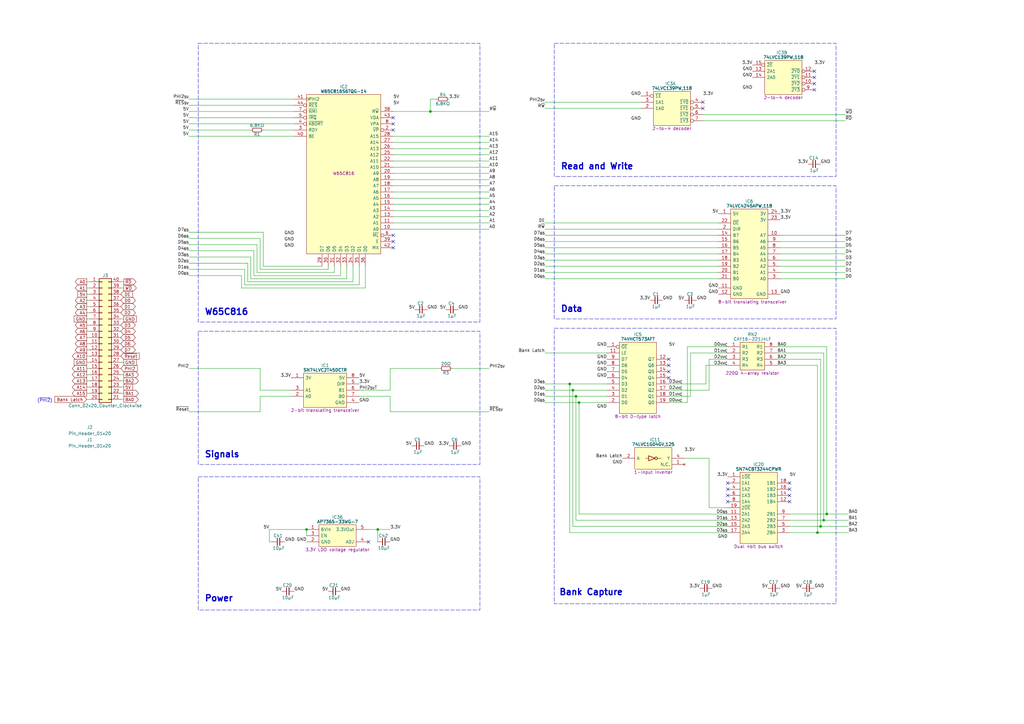
<source format=kicad_sch>
(kicad_sch (version 20250114) (generator "eeschema") (generator_version "9.0")
  (paper "A3")
  (title_block (title "W65C816 Minimal") (date "2025-06-15") (rev "V0"))
  (lib_symbols
    (symbol "Bourns:CAY16-221J4LF" (pin_names (offset 0.762))
      (property "Reference" "RN" (at 10.16 5.08 0))
      (property "Value" "CAY16-221J4LF" (at 10.16 3.175 0))
      (property "Description" "220Ω 4-array resistor" (at 10.16 -10.795 0))
      (symbol "CAY16-221J4LF_0_0"
        (pin passive line (at 0 0 0) (length 5.08) (name "R1") (number "1"))
        (pin passive line (at 0 -2.54 0) (length 5.08) (name "R2") (number "2"))
        (pin passive line (at 0 -5.08 0) (length 5.08) (name "R3") (number "3"))
        (pin passive line (at 0 -7.62 0) (length 5.08) (name "R4") (number "4"))
        (pin passive line (at 20.32 0 180) (length 5.08) (name "R1") (number "8"))
        (pin passive line (at 20.32 -2.54 180) (length 5.08) (name "R2") (number "7"))
        (pin passive line (at 20.32 -5.08 180) (length 5.08) (name "R3") (number "6"))
        (pin passive line (at 20.32 -7.62 180) (length 5.08) (name "R4") (number "5"))
      )
    )
    (symbol "Connector_Generic:Conn_02x20_Counter_Clockwise" (pin_names (offset 1.016) (hide yes))
      (property "Reference" "J" (at 1.27 25.4 0))
      (property "Value" "Conn_02x20_Counter_Clockwise" (at 1.27 -27.94 0))
      (symbol "Conn_02x20_Counter_Clockwise_1_1"
        (pin passive line (at -5.08 22.86 0) (length 3.81) (name "Pin_1") (number "1"))
        (pin passive line (at -5.08 20.32 0) (length 3.81) (name "Pin_2") (number "2"))
        (pin passive line (at -5.08 17.78 0) (length 3.81) (name "Pin_3") (number "3"))
        (pin passive line (at -5.08 15.24 0) (length 3.81) (name "Pin_4") (number "4"))
        (pin passive line (at -5.08 12.7 0) (length 3.81) (name "Pin_5") (number "5"))
        (pin passive line (at -5.08 10.16 0) (length 3.81) (name "Pin_6") (number "6"))
        (pin passive line (at -5.08 7.62 0) (length 3.81) (name "Pin_7") (number "7"))
        (pin passive line (at -5.08 5.08 0) (length 3.81) (name "Pin_8") (number "8"))
        (pin passive line (at -5.08 2.54 0) (length 3.81) (name "Pin_9") (number "9"))
        (pin passive line (at -5.08 0 0) (length 3.81) (name "Pin_10") (number "10"))
        (pin passive line (at -5.08 -2.54 0) (length 3.81) (name "Pin_11") (number "11"))
        (pin passive line (at -5.08 -5.08 0) (length 3.81) (name "Pin_12") (number "12"))
        (pin passive line (at -5.08 -7.62 0) (length 3.81) (name "Pin_13") (number "13"))
        (pin passive line (at -5.08 -10.16 0) (length 3.81) (name "Pin_14") (number "14"))
        (pin passive line (at -5.08 -12.7 0) (length 3.81) (name "Pin_15") (number "15"))
        (pin passive line (at -5.08 -15.24 0) (length 3.81) (name "Pin_16") (number "16"))
        (pin passive line (at -5.08 -17.78 0) (length 3.81) (name "Pin_17") (number "17"))
        (pin passive line (at -5.08 -20.32 0) (length 3.81) (name "Pin_18") (number "18"))
        (pin passive line (at -5.08 -22.86 0) (length 3.81) (name "Pin_19") (number "19"))
        (pin passive line (at -5.08 -25.4 0) (length 3.81) (name "Pin_20") (number "20"))
        (pin passive line (at 7.62 22.86 180) (length 3.81) (name "Pin_40") (number "40"))
        (pin passive line (at 7.62 20.32 180) (length 3.81) (name "Pin_39") (number "39"))
        (pin passive line (at 7.62 17.78 180) (length 3.81) (name "Pin_38") (number "38"))
        (pin passive line (at 7.62 15.24 180) (length 3.81) (name "Pin_37") (number "37"))
        (pin passive line (at 7.62 12.7 180) (length 3.81) (name "Pin_36") (number "36"))
        (pin passive line (at 7.62 10.16 180) (length 3.81) (name "Pin_35") (number "35"))
        (pin passive line (at 7.62 7.62 180) (length 3.81) (name "Pin_34") (number "34"))
        (pin passive line (at 7.62 5.08 180) (length 3.81) (name "Pin_33") (number "33"))
        (pin passive line (at 7.62 2.54 180) (length 3.81) (name "Pin_32") (number "32"))
        (pin passive line (at 7.62 0 180) (length 3.81) (name "Pin_31") (number "31"))
        (pin passive line (at 7.62 -2.54 180) (length 3.81) (name "Pin_30") (number "30"))
        (pin passive line (at 7.62 -5.08 180) (length 3.81) (name "Pin_29") (number "29"))
        (pin passive line (at 7.62 -7.62 180) (length 3.81) (name "Pin_28") (number "28"))
        (pin passive line (at 7.62 -10.16 180) (length 3.81) (name "Pin_27") (number "27"))
        (pin passive line (at 7.62 -12.7 180) (length 3.81) (name "Pin_26") (number "26"))
        (pin passive line (at 7.62 -15.24 180) (length 3.81) (name "Pin_25") (number "25"))
        (pin passive line (at 7.62 -17.78 180) (length 3.81) (name "Pin_24") (number "24"))
        (pin passive line (at 7.62 -20.32 180) (length 3.81) (name "Pin_23") (number "23"))
        (pin passive line (at 7.62 -22.86 180) (length 3.81) (name "Pin_22") (number "22"))
        (pin passive line (at 7.62 -25.4 180) (length 3.81) (name "Pin_21") (number "21"))
      )
    )
    (symbol "Diodes_Inc:AP7365-33WG-7" (pin_names (offset 0.762))
      (property "Reference" "IC" (at 12.7 5.08 0))
      (property "Value" "AP7365-33WG-7" (at 12.7 3.175 0))
      (property "Description" "3.3V LDO voltage regulator" (at 12.7 -8.255 0))
      (symbol "AP7365-33WG-7_0_0"
        (pin input line (at 0 -2.54 0) (length 5.08) (name "EN") (number "3"))
        (pin passive line (at 0 -5.08 0) (length 5.08) (name "GND") (number "2"))
        (pin passive line (at 25.4 -5.08 180) (length 5.08) (name "ADJ") (number "4"))
      )
      (symbol "AP7365-33WG-7_1_0"
        (pin passive line (at 0 0 0) (length 5.08) (name "6VIn") (number "1"))
        (pin passive line (at 25.4 0 180) (length 5.08) (name "3.3VOut") (number "5"))
      )
    )
    (symbol "HCP65:C_0805" (pin_numbers (hide yes)) (pin_names (offset 0.254) (hide yes))
      (property "Reference" "C" (at 2.286 2.54 0))
      (property "Value" "?μF" (at 2.54 -2.54 0))
      (symbol "C_0805_1_1"
        (pin passive line (at 0 0 0) (length 2.032) (name "~") (number "1"))
        (pin passive line (at 5.08 0 180) (length 2.032) (name "~") (number "2"))
      )
    )
    (symbol "HCP65:Pin_Header_01x20" (pin_names (offset 1.016) (hide yes))
      (property "Reference" "J" (at 0 1.27 0))
      (property "Value" "Pin_Header_01x20" (at 0 -1.27 0))
    )
    (symbol "HCP65:R_0805" (pin_numbers (hide yes)) (pin_names (hide yes))
      (property "Reference" "R" (at 2.54 1.778 0))
      (property "Value" "?Ω" (at 2.54 -1.905 0))
      (symbol "R_0805_1_1"
        (pin passive line (at 0 0 0) (length 0.72) (name "~") (number "1"))
        (pin passive line (at 5.08 0 180) (length 0.72) (name "~") (number "2"))
      )
    )
    (symbol "Nexperia:74LVC139PW,118_Multi" (pin_names (offset 0.762))
      (property "Reference" "IC" (at 12.065 5.08 0))
      (property "Value" "74LVC139PW,118" (at 12.7 3.175 0))
      (property "Description" "2-to-4 decoder" (at 12.7 -13.335 0))
      (symbol "74LVC139PW,118_Multi_0_0"
        (pin passive line (at 0 -10.16 0) (length 5.08) (hide yes) (name "GND") (number "8"))
        (pin passive line (at 25.4 0 180) (length 5.08) (hide yes) (name "3V") (number "16"))
      )
      (symbol "74LVC139PW,118_Multi_1_0"
        (pin passive line (at 0 -2.54 0) (length 5.08) (name "1A1") (number "3"))
        (pin passive inverted (at 25.4 -2.54 180) (length 5.08) (name "~{1Y0}") (number "4"))
        (pin passive inverted (at 25.4 -5.08 180) (length 5.08) (name "~{1Y1}") (number "5"))
        (pin passive inverted (at 25.4 -7.62 180) (length 5.08) (name "~{1Y2}") (number "6"))
        (pin passive inverted (at 25.4 -10.16 180) (length 5.08) (name "~{1Y3}") (number "7"))
      )
      (symbol "74LVC139PW,118_Multi_1_1"
        (pin passive inverted (at 0 0 0) (length 5.08) (name "~{1E}") (number "1"))
        (pin passive line (at 0 -5.08 0) (length 5.08) (name "1A0") (number "2"))
      )
      (symbol "74LVC139PW,118_Multi_2_0"
        (pin passive inverted (at 0 0 0) (length 5.08) (name "~{2E}") (number "15"))
        (pin passive line (at 0 -2.54 0) (length 5.08) (name "2A1") (number "13"))
        (pin passive line (at 0 -5.08 0) (length 5.08) (name "2A0") (number "14"))
        (pin passive inverted (at 25.4 -2.54 180) (length 5.08) (name "~{2Y0}") (number "12"))
        (pin passive inverted (at 25.4 -5.08 180) (length 5.08) (name "~{2Y1}") (number "11"))
        (pin passive inverted (at 25.4 -7.62 180) (length 5.08) (name "~{2Y2}") (number "10"))
        (pin passive inverted (at 25.4 -10.16 180) (length 5.08) (name "~{2Y3}") (number "9"))
      )
    )
    (symbol "Nexperia:74LVC1G04GV,125" (pin_names (offset 0.762))
      (property "Reference" "IC" (at 13.335 5.08 0))
      (property "Value" "74LVC1G04GV,125" (at 12.7 3.175 0))
      (property "Description" "1-input inverter" (at 12.7 -8.255 0))
      (symbol "74LVC1G04GV,125_0_0"
        (pin input line (at 0 -2.54 0) (length 5.08) (name "A") (number "2"))
        (pin passive line (at 0 -5.08 0) (length 5.08) (hide yes) (name "GND") (number "3"))
        (pin passive line (at 25.4 0 180) (length 5.08) (hide yes) (name "3V") (number "5"))
        (pin output line (at 25.4 -2.54 180) (length 5.08) (name "Y") (number "4"))
        (pin no_connect line (at 25.4 -5.08 180) (length 5.08) (name "N.C.") (number "1"))
      )
    )
    (symbol "Nexperia:74LVC4245APW,118" (pin_names (offset 0.762))
      (property "Reference" "IC" (at 12.7 5.08 0))
      (property "Value" "74LVC4245APW,118" (at 12.7 3.175 0))
      (property "Description" "8-bit translating transceiver" (at 13.97 -36.195 0))
      (symbol "74LVC4245APW,118_0_0"
        (pin passive line (at 0 0 0) (length 5.08) (name "5V") (number "1"))
        (pin input line (at 0 -3.81 0) (length 5.08) (name "~{OE}") (number "22"))
        (pin input line (at 0 -6.35 0) (length 5.08) (name "DIR") (number "2"))
        (pin bidirectional line (at 0 -8.89 0) (length 5.08) (name "B7") (number "14"))
        (pin bidirectional line (at 0 -11.43 0) (length 5.08) (name "B6") (number "15"))
        (pin bidirectional line (at 0 -13.97 0) (length 5.08) (name "B5") (number "16"))
        (pin bidirectional line (at 0 -16.51 0) (length 5.08) (name "B4") (number "17"))
        (pin bidirectional line (at 0 -19.05 0) (length 5.08) (name "B3") (number "18"))
        (pin bidirectional line (at 0 -21.59 0) (length 5.08) (name "B2") (number "19"))
        (pin bidirectional line (at 0 -24.13 0) (length 5.08) (name "B1") (number "20"))
        (pin bidirectional line (at 0 -26.67 0) (length 5.08) (name "B0") (number "21"))
        (pin passive line (at 0 -30.48 0) (length 5.08) (name "GND") (number "11"))
        (pin passive line (at 0 -33.02 0) (length 5.08) (name "GND") (number "12"))
        (pin passive line (at 25.4 0 180) (length 5.08) (name "3V") (number "24"))
        (pin passive line (at 25.4 -2.54 180) (length 5.08) (name "3V") (number "23"))
        (pin bidirectional line (at 25.4 -8.89 180) (length 5.08) (name "A7") (number "10"))
        (pin bidirectional line (at 25.4 -11.43 180) (length 5.08) (name "A6") (number "9"))
        (pin bidirectional line (at 25.4 -13.97 180) (length 5.08) (name "A5") (number "8"))
        (pin bidirectional line (at 25.4 -16.51 180) (length 5.08) (name "A4") (number "7"))
        (pin bidirectional line (at 25.4 -19.05 180) (length 5.08) (name "A3") (number "6"))
        (pin bidirectional line (at 25.4 -21.59 180) (length 5.08) (name "A2") (number "5"))
        (pin bidirectional line (at 25.4 -24.13 180) (length 5.08) (name "A1") (number "4"))
        (pin bidirectional line (at 25.4 -26.67 180) (length 5.08) (name "A0") (number "3"))
        (pin passive line (at 25.4 -33.02 180) (length 5.08) (name "GND") (number "13"))
      )
    )
    (symbol "Texas_Instruments:SN74CBT3244CPWR"
      (property "Reference" "IC" (at 12.7 5.08 0))
      (property "Value" "SN74CBT3244CPWR" (at 12.7 3.175 0))
      (property "Description" "Dual 4bit bus switch" (at 12.7 -28.575 0))
      (symbol "SN74CBT3244CPWR_0_0"
        (pin input line (at 0 0 0) (length 5.08) (name "1~{OE}") (number "1"))
        (pin passive line (at 0 -2.54 0) (length 5.08) (name "1A1") (number "2"))
        (pin passive line (at 0 -5.08 0) (length 5.08) (name "1A2") (number "4"))
        (pin passive line (at 0 -7.62 0) (length 5.08) (name "1A3") (number "6"))
        (pin passive line (at 0 -10.16 0) (length 5.08) (name "1A4") (number "8"))
        (pin input line (at 0 -12.7 0) (length 5.08) (name "2~{OE}") (number "19"))
        (pin passive line (at 0 -15.24 0) (length 5.08) (name "2A1") (number "11"))
        (pin passive line (at 0 -17.78 0) (length 5.08) (name "2A2") (number "13"))
        (pin passive line (at 0 -20.32 0) (length 5.08) (name "2A3") (number "15"))
        (pin passive line (at 0 -22.86 0) (length 5.08) (name "2A4") (number "17"))
        (pin passive line (at 0 -25.4 0) (length 5.08) (hide yes) (name "GND") (number "10"))
        (pin passive line (at 25.4 0 180) (length 5.08) (hide yes) (name "5V") (number "20"))
        (pin passive line (at 25.4 -2.54 180) (length 5.08) (name "1B1") (number "18"))
        (pin passive line (at 25.4 -5.08 180) (length 5.08) (name "1B2") (number "16"))
        (pin passive line (at 25.4 -7.62 180) (length 5.08) (name "1B3") (number "14"))
        (pin passive line (at 25.4 -10.16 180) (length 5.08) (name "1B4") (number "12"))
        (pin passive line (at 25.4 -15.24 180) (length 5.08) (name "2B1") (number "9"))
        (pin passive line (at 25.4 -17.78 180) (length 5.08) (name "2B2") (number "7"))
        (pin passive line (at 25.4 -20.32 180) (length 5.08) (name "2B3") (number "5"))
        (pin passive line (at 25.4 -22.86 180) (length 5.08) (name "2B4") (number "3"))
      )
    )
    (symbol "Texas_Instruments:SN74LVC2T45DCTR" (pin_names (offset 0.762))
      (property "Reference" "IC" (at 13.97 5.08 0))
      (property "Value" "SN74LVC2T45DCTR" (at 13.97 3.175 0))
      (property "Description" "2-bit translating transceiver" (at 13.97 -13.335 0))
      (symbol "SN74LVC2T45DCTR_0_0"
        (pin passive line (at 0 -2.54 0) (length 5.08) (name "DIR") (number "5"))
        (pin passive line (at 0 -10.16 0) (length 5.08) (name "GND") (number "4"))
      )
      (symbol "SN74LVC2T45DCTR_1_0"
        (pin passive line (at 0 0 0) (length 5.08) (name "5V") (number "8"))
        (pin passive line (at 0 -5.08 0) (length 5.08) (name "B1") (number "6"))
        (pin passive line (at 0 -7.62 0) (length 5.08) (name "B0") (number "7"))
        (pin passive line (at 27.94 0 180) (length 5.08) (name "3V") (number "1"))
        (pin passive line (at 27.94 -5.08 180) (length 5.08) (name "A1") (number "3"))
        (pin passive line (at 27.94 -7.62 180) (length 5.08) (name "A0") (number "2"))
      )
    )
    (symbol "Toshiba:74VHCT573AFT" (pin_names (offset 0.762))
      (property "Reference" "IC" (at 12.7 5.08 0))
      (property "Value" "74VHCT573AFT" (at 12.7 3.175 0))
      (property "Description" "8-bit D-type latch" (at 12.7 -28.575 0))
      (symbol "74VHCT573AFT_0_0"
        (pin input inverted (at 0 0 0) (length 5.08) (name "~{OE}") (number "1"))
        (pin input line (at 0 -2.54 0) (length 5.08) (name "LE") (number "11"))
        (pin input line (at 0 -5.08 0) (length 5.08) (name "D7") (number "9"))
        (pin input line (at 0 -7.62 0) (length 5.08) (name "D6") (number "8"))
        (pin input line (at 0 -10.16 0) (length 5.08) (name "D5") (number "7"))
        (pin input line (at 0 -12.7 0) (length 5.08) (name "D4") (number "6"))
        (pin input line (at 0 -15.24 0) (length 5.08) (name "D3") (number "5"))
        (pin input line (at 0 -17.78 0) (length 5.08) (name "D2") (number "4"))
        (pin input line (at 0 -20.32 0) (length 5.08) (name "D1") (number "3"))
        (pin input line (at 0 -22.86 0) (length 5.08) (name "D0") (number "2"))
        (pin passive line (at 0 -25.4 0) (length 5.08) (hide yes) (name "GND") (number "10"))
        (pin passive line (at 25.4 0 180) (length 5.08) (hide yes) (name "5V") (number "20"))
        (pin tri_state line (at 25.4 -5.08 180) (length 5.08) (name "Q7") (number "12"))
        (pin tri_state line (at 25.4 -7.62 180) (length 5.08) (name "Q6") (number "13"))
        (pin tri_state line (at 25.4 -10.16 180) (length 5.08) (name "Q5") (number "14"))
        (pin tri_state line (at 25.4 -12.7 180) (length 5.08) (name "Q4") (number "15"))
        (pin tri_state line (at 25.4 -15.24 180) (length 5.08) (name "Q3") (number "16"))
        (pin tri_state line (at 25.4 -17.78 180) (length 5.08) (name "Q2") (number "17"))
        (pin tri_state line (at 25.4 -20.32 180) (length 5.08) (name "Q1") (number "18"))
        (pin tri_state line (at 25.4 -22.86 180) (length 5.08) (name "Q0") (number "19"))
      )
    )
    (symbol "WDC:W65C816S6TQG-14" (pin_names (offset 0.762))
      (property "Reference" "IC" (at 20.32 5.08 0))
      (property "Value" "W65C816S6TQG-14" (at 20.32 3.175 0))
      (property "Description" "W65C816" (at 20.32 -30.48 0))
      (symbol "W65C816S6TQG-14_0_0"
        (pin input clock (at 0 0 0) (length 5.08) (name "PHI2") (number "41"))
        (pin input inverted (at 0 -2.54 0) (length 5.08) (name "~{RES}") (number "44"))
        (pin input inverted (at 0 -5.08 0) (length 5.08) (name "~{NMI}") (number "7"))
        (pin input inverted (at 0 -7.62 0) (length 5.08) (name "~{IRQ}") (number "5"))
        (pin input inverted (at 0 -10.16 0) (length 5.08) (name "~{ABORT}") (number "4"))
        (pin bidirectional line (at 0 -12.7 0) (length 5.08) (name "RDY") (number "3"))
        (pin input line (at 0 -15.24 0) (length 5.08) (name "BE") (number "40"))
        (pin no_connect line (at 0 -53.34 0) (length 5.08) (hide yes) (name "NC") (number "12"))
        (pin passive line (at 0 -55.88 0) (length 5.08) (hide yes) (name "GND") (number "1"))
        (pin passive line (at 0 -58.42 0) (length 5.08) (hide yes) (name "GND") (number "23"))
        (pin passive line (at 0 -60.96 0) (length 5.08) (hide yes) (name "GND") (number "24"))
        (pin tri_state line (at 11.43 -68.58 90) (length 5.08) (name "D7") (number "29"))
        (pin tri_state line (at 13.97 -68.58 90) (length 5.08) (name "D6") (number "30"))
        (pin tri_state line (at 16.51 -68.58 90) (length 5.08) (name "D5") (number "31"))
        (pin tri_state line (at 19.05 -68.58 90) (length 5.08) (name "D4") (number "32"))
        (pin tri_state line (at 21.59 -68.58 90) (length 5.08) (name "D3") (number "33"))
        (pin tri_state line (at 24.13 -68.58 90) (length 5.08) (name "D2") (number "34"))
        (pin tri_state line (at 26.67 -68.58 90) (length 5.08) (name "D1") (number "35"))
        (pin tri_state line (at 29.21 -68.58 90) (length 5.08) (name "D0") (number "36"))
        (pin passive line (at 40.64 0 180) (length 5.08) (hide yes) (name "VCC") (number "9"))
        (pin passive line (at 40.64 -2.54 180) (length 5.08) (hide yes) (name "VCC") (number "37"))
        (pin output line (at 40.64 -5.08 180) (length 5.08) (name "R~{W}") (number "38"))
        (pin output line (at 40.64 -7.62 180) (length 5.08) (name "VDA") (number "43"))
        (pin output line (at 40.64 -10.16 180) (length 5.08) (name "VPA") (number "8"))
        (pin output inverted (at 40.64 -12.7 180) (length 5.08) (name "~{VP}") (number "2"))
        (pin output line (at 40.64 -15.24 180) (length 5.08) (name "A15") (number "28"))
        (pin output line (at 40.64 -17.78 180) (length 5.08) (name "A14") (number "27"))
        (pin output line (at 40.64 -20.32 180) (length 5.08) (name "A13") (number "26"))
        (pin output line (at 40.64 -22.86 180) (length 5.08) (name "A12") (number "25"))
        (pin output line (at 40.64 -25.4 180) (length 5.08) (name "A11") (number "22"))
        (pin output line (at 40.64 -27.94 180) (length 5.08) (name "A10") (number "21"))
        (pin output line (at 40.64 -30.48 180) (length 5.08) (name "A9") (number "20"))
        (pin output line (at 40.64 -33.02 180) (length 5.08) (name "A8") (number "19"))
        (pin output line (at 40.64 -35.56 180) (length 5.08) (name "A7") (number "18"))
        (pin output line (at 40.64 -38.1 180) (length 5.08) (name "A6") (number "17"))
        (pin output line (at 40.64 -40.64 180) (length 5.08) (name "A5") (number "16"))
        (pin output line (at 40.64 -43.18 180) (length 5.08) (name "A4") (number "15"))
        (pin output line (at 40.64 -45.72 180) (length 5.08) (name "A3") (number "14"))
        (pin output line (at 40.64 -48.26 180) (length 5.08) (name "A2") (number "13"))
        (pin output line (at 40.64 -50.8 180) (length 5.08) (name "A1") (number "11"))
        (pin output line (at 40.64 -53.34 180) (length 5.08) (name "A0") (number "10"))
        (pin output inverted (at 40.64 -55.88 180) (length 5.08) (name "~{ML}") (number "6"))
        (pin output line (at 40.64 -58.42 180) (length 5.08) (name "E") (number "39"))
        (pin output line (at 40.64 -60.96 180) (length 5.08) (name "MX") (number "42"))
      )
    )
  )
  (rectangle (start 227.33 134.62) (end 342.9 247.65) (stroke (width 0) (type dash)))
  (rectangle (start 227.33 17.78) (end 342.9 72.39) (stroke (width 0) (type dash)))
  (rectangle (start 81.28 135.89) (end 196.85 190.5) (stroke (width 0) (type dash)))
  (rectangle (start 81.28 17.78) (end 196.85 132.08) (stroke (width 0) (type dash)))
  (rectangle (start 81.28 195.58) (end 196.85 250.19) (stroke (width 0) (type dash)))
  (rectangle (start 227.33 76.2) (end 342.9 130.81) (stroke (width 0) (type dash)))
  (text "(~{PHI2})" (at 15.24 165.1 0) (effects (font (size 1.27 1.27)) (justify left bottom)))
  (text "Power" (at 83.82 247.015 0) (effects (font (size 2.54 2.54) (thickness 0.508) (bold yes)) (justify left bottom)))
  (text "Bank Capture" (at 229.235 244.475 0) (effects (font (size 2.54 2.54) (thickness 0.508) (bold yes)) (justify left bottom)))
  (text "Signals" (at 83.82 187.96 0) (effects (font (size 2.54 2.54) (thickness 0.508) (bold yes)) (justify left bottom)))
  (text "Read and Write" (at 229.87 69.85 0) (effects (font (size 2.54 2.54) (thickness 0.508) (bold yes)) (justify left bottom)))
  (text "Data" (at 229.87 128.27 0) (effects (font (size 2.54 2.54) (thickness 0.508) (bold yes)) (justify left bottom)))
  (text "W65C816" (at 83.82 129.54 0) (effects (font (size 2.54 2.54) (thickness 0.508) (bold yes)) (justify left bottom)))
  (junction (at 236.22 162.56))
  (junction (at 176.53 45.72))
  (junction (at 233.68 157.48))
  (junction (at 125.73 217.17))
  (junction (at 339.09 210.82))
  (junction (at 154.94 217.17))
  (junction (at 336.55 215.9))
  (junction (at 237.49 165.1))
  (junction (at 335.28 218.44))
  (junction (at 337.82 213.36))
  (junction (at 234.95 160.02))
  (no_connect (at 288.29 41.91))
  (no_connect (at 151.13 222.25))
  (no_connect (at 274.32 149.86))
  (no_connect (at 334.01 31.75))
  (no_connect (at 161.29 48.26))
  (no_connect (at 298.45 205.74))
  (no_connect (at 323.85 205.74))
  (no_connect (at 334.01 34.29))
  (no_connect (at 323.85 203.2))
  (no_connect (at 274.32 154.94))
  (no_connect (at 274.32 147.32))
  (no_connect (at 298.45 200.66))
  (no_connect (at 298.45 203.2))
  (no_connect (at 288.29 44.45))
  (no_connect (at 274.32 152.4))
  (no_connect (at 161.29 101.6))
  (no_connect (at 334.01 29.21))
  (no_connect (at 323.85 200.66))
  (no_connect (at 298.45 198.12))
  (no_connect (at 161.29 96.52))
  (no_connect (at 161.29 53.34))
  (no_connect (at 161.29 99.06))
  (no_connect (at 323.85 198.12))
  (no_connect (at 161.29 50.8))
  (no_connect (at 334.01 36.83))
  (wire (pts (xy 50.8 148.59) (xy 49.53 148.59)))
  (wire (pts (xy 200.66 60.96) (xy 161.29 60.96)))
  (wire (pts (xy 134.62 110.49) (xy 106.68 110.49)))
  (wire (pts (xy 50.8 153.67) (xy 49.53 153.67)))
  (wire (pts (xy 151.13 217.17) (xy 154.94 217.17)))
  (wire (pts (xy 144.78 115.57) (xy 101.6 115.57)))
  (wire (pts (xy 234.95 215.9) (xy 234.95 160.02)))
  (wire (pts (xy 298.45 210.82) (xy 237.49 210.82)))
  (wire (pts (xy 298.45 213.36) (xy 236.22 213.36)))
  (wire (pts (xy 35.56 156.21) (xy 36.83 156.21)))
  (wire (pts (xy 223.52 114.3) (xy 294.64 114.3)))
  (wire (pts (xy 137.16 111.76) (xy 105.41 111.76)))
  (wire (pts (xy 200.66 63.5) (xy 161.29 63.5)))
  (wire (pts (xy 50.8 115.57) (xy 49.53 115.57)))
  (wire (pts (xy 223.52 162.56) (xy 236.22 162.56)))
  (wire (pts (xy 336.55 147.32) (xy 336.55 215.9)))
  (wire (pts (xy 290.83 147.32) (xy 298.45 147.32)))
  (wire (pts (xy 137.16 109.22) (xy 137.16 111.76)))
  (wire (pts (xy 35.56 133.35) (xy 36.83 133.35)))
  (wire (pts (xy 200.66 86.36) (xy 161.29 86.36)))
  (wire (pts (xy 290.83 187.96) (xy 290.83 208.28)))
  (wire (pts (xy 339.09 142.24) (xy 318.77 142.24)))
  (wire (pts (xy 50.8 158.75) (xy 49.53 158.75)))
  (wire (pts (xy 154.94 222.25) (xy 154.94 217.17)))
  (wire (pts (xy 35.56 128.27) (xy 36.83 128.27)))
  (wire (pts (xy 298.45 208.28) (xy 290.83 208.28)))
  (wire (pts (xy 35.56 138.43) (xy 36.83 138.43)))
  (wire (pts (xy 347.98 218.44) (xy 335.28 218.44)))
  (wire (pts (xy 337.82 144.78) (xy 318.77 144.78)))
  (wire (pts (xy 200.66 45.72) (xy 176.53 45.72)))
  (wire (pts (xy 289.56 149.86) (xy 298.45 149.86)))
  (wire (pts (xy 237.49 165.1) (xy 248.92 165.1)))
  (wire (pts (xy 223.52 93.98) (xy 294.64 93.98)))
  (wire (pts (xy 35.56 125.73) (xy 36.83 125.73)))
  (wire (pts (xy 233.68 218.44) (xy 233.68 157.48)))
  (wire (pts (xy 35.56 161.29) (xy 36.83 161.29)))
  (wire (pts (xy 106.68 110.49) (xy 106.68 97.79)))
  (wire (pts (xy 107.95 53.34) (xy 120.65 53.34)))
  (wire (pts (xy 346.71 96.52) (xy 320.04 96.52)))
  (wire (pts (xy 200.66 81.28) (xy 161.29 81.28)))
  (wire (pts (xy 100.33 110.49) (xy 100.33 116.84)))
  (wire (pts (xy 336.55 147.32) (xy 318.77 147.32)))
  (wire (pts (xy 139.7 113.03) (xy 139.7 109.22)))
  (wire (pts (xy 237.49 210.82) (xy 237.49 165.1)))
  (wire (pts (xy 200.66 55.88) (xy 161.29 55.88)))
  (wire (pts (xy 323.85 210.82) (xy 339.09 210.82)))
  (wire (pts (xy 105.41 111.76) (xy 105.41 100.33)))
  (wire (pts (xy 104.14 113.03) (xy 139.7 113.03)))
  (wire (pts (xy 223.52 44.45) (xy 262.89 44.45)))
  (wire (pts (xy 339.09 142.24) (xy 339.09 210.82)))
  (wire (pts (xy 288.29 49.53) (xy 346.71 49.53)))
  (wire (pts (xy 335.28 149.86) (xy 318.77 149.86)))
  (wire (pts (xy 77.47 48.26) (xy 120.65 48.26)))
  (wire (pts (xy 77.47 40.64) (xy 120.65 40.64)))
  (wire (pts (xy 77.47 43.18) (xy 120.65 43.18)))
  (wire (pts (xy 223.52 91.44) (xy 294.64 91.44)))
  (wire (pts (xy 200.66 73.66) (xy 161.29 73.66)))
  (wire (pts (xy 35.56 118.11) (xy 36.83 118.11)))
  (wire (pts (xy 346.71 99.06) (xy 320.04 99.06)))
  (wire (pts (xy 290.83 160.02) (xy 290.83 147.32)))
  (wire (pts (xy 147.32 160.02) (xy 160.02 160.02)))
  (wire (pts (xy 77.47 55.88) (xy 120.65 55.88)))
  (wire (pts (xy 35.56 115.57) (xy 36.83 115.57)))
  (wire (pts (xy 119.38 162.56) (xy 106.68 162.56)))
  (wire (pts (xy 35.56 143.51) (xy 36.83 143.51)))
  (wire (pts (xy 35.56 148.59) (xy 36.83 148.59)))
  (wire (pts (xy 236.22 213.36) (xy 236.22 162.56)))
  (wire (pts (xy 110.49 217.17) (xy 110.49 222.25)))
  (wire (pts (xy 233.68 157.48) (xy 248.92 157.48)))
  (wire (pts (xy 160.02 160.02) (xy 160.02 151.13)))
  (wire (pts (xy 336.55 215.9) (xy 323.85 215.9)))
  (wire (pts (xy 144.78 109.22) (xy 144.78 115.57)))
  (wire (pts (xy 223.52 104.14) (xy 294.64 104.14)))
  (wire (pts (xy 200.66 88.9) (xy 161.29 88.9)))
  (wire (pts (xy 100.33 116.84) (xy 147.32 116.84)))
  (wire (pts (xy 347.98 215.9) (xy 336.55 215.9)))
  (wire (pts (xy 200.66 68.58) (xy 161.29 68.58)))
  (wire (pts (xy 298.45 218.44) (xy 233.68 218.44)))
  (wire (pts (xy 77.47 45.72) (xy 120.65 45.72)))
  (wire (pts (xy 283.21 162.56) (xy 283.21 144.78)))
  (wire (pts (xy 106.68 97.79) (xy 77.47 97.79)))
  (wire (pts (xy 77.47 50.8) (xy 120.65 50.8)))
  (wire (pts (xy 106.68 160.02) (xy 106.68 151.13)))
  (wire (pts (xy 35.56 135.89) (xy 36.83 135.89)))
  (wire (pts (xy 223.52 165.1) (xy 237.49 165.1)))
  (wire (pts (xy 147.32 162.56) (xy 160.02 162.56)))
  (wire (pts (xy 335.28 218.44) (xy 323.85 218.44)))
  (wire (pts (xy 105.41 100.33) (xy 77.47 100.33)))
  (wire (pts (xy 176.53 40.64) (xy 176.53 45.72)))
  (wire (pts (xy 149.86 109.22) (xy 149.86 118.11)))
  (wire (pts (xy 335.28 149.86) (xy 335.28 218.44)))
  (wire (pts (xy 35.56 158.75) (xy 36.83 158.75)))
  (wire (pts (xy 200.66 66.04) (xy 161.29 66.04)))
  (wire (pts (xy 223.52 109.22) (xy 294.64 109.22)))
  (wire (pts (xy 223.52 96.52) (xy 294.64 96.52)))
  (wire (pts (xy 200.66 91.44) (xy 161.29 91.44)))
  (wire (pts (xy 102.87 105.41) (xy 77.47 105.41)))
  (wire (pts (xy 77.47 110.49) (xy 100.33 110.49)))
  (wire (pts (xy 77.47 151.13) (xy 106.68 151.13)))
  (wire (pts (xy 142.24 114.3) (xy 102.87 114.3)))
  (wire (pts (xy 110.49 222.25) (xy 111.76 222.25)))
  (wire (pts (xy 339.09 210.82) (xy 347.98 210.82)))
  (wire (pts (xy 200.66 58.42) (xy 161.29 58.42)))
  (wire (pts (xy 50.8 118.11) (xy 49.53 118.11)))
  (wire (pts (xy 160.02 162.56) (xy 160.02 168.91)))
  (wire (pts (xy 289.56 157.48) (xy 289.56 149.86)))
  (wire (pts (xy 35.56 123.19) (xy 36.83 123.19)))
  (wire (pts (xy 274.32 165.1) (xy 281.94 165.1)))
  (wire (pts (xy 99.06 118.11) (xy 99.06 113.03)))
  (wire (pts (xy 147.32 116.84) (xy 147.32 109.22)))
  (wire (pts (xy 274.32 162.56) (xy 283.21 162.56)))
  (wire (pts (xy 223.52 99.06) (xy 294.64 99.06)))
  (wire (pts (xy 346.71 106.68) (xy 320.04 106.68)))
  (wire (pts (xy 346.71 111.76) (xy 320.04 111.76)))
  (wire (pts (xy 274.32 157.48) (xy 289.56 157.48)))
  (wire (pts (xy 50.8 156.21) (xy 49.53 156.21)))
  (wire (pts (xy 223.52 41.91) (xy 262.89 41.91)))
  (wire (pts (xy 149.86 118.11) (xy 99.06 118.11)))
  (wire (pts (xy 77.47 53.34) (xy 102.87 53.34)))
  (wire (pts (xy 176.53 45.72) (xy 161.29 45.72)))
  (wire (pts (xy 125.73 217.17) (xy 125.73 219.71)))
  (wire (pts (xy 223.52 106.68) (xy 294.64 106.68)))
  (wire (pts (xy 347.98 213.36) (xy 337.82 213.36)))
  (wire (pts (xy 274.32 160.02) (xy 290.83 160.02)))
  (wire (pts (xy 281.94 142.24) (xy 298.45 142.24)))
  (wire (pts (xy 50.8 130.81) (xy 49.53 130.81)))
  (wire (pts (xy 346.71 114.3) (xy 320.04 114.3)))
  (wire (pts (xy 134.62 109.22) (xy 134.62 110.49)))
  (wire (pts (xy 283.21 144.78) (xy 298.45 144.78)))
  (wire (pts (xy 35.56 140.97) (xy 36.83 140.97)))
  (wire (pts (xy 280.67 187.96) (xy 290.83 187.96)))
  (wire (pts (xy 142.24 109.22) (xy 142.24 114.3)))
  (wire (pts (xy 346.71 109.22) (xy 320.04 109.22)))
  (wire (pts (xy 223.52 144.78) (xy 248.92 144.78)))
  (wire (pts (xy 200.66 93.98) (xy 161.29 93.98)))
  (wire (pts (xy 107.95 109.22) (xy 107.95 95.25)))
  (wire (pts (xy 101.6 115.57) (xy 101.6 107.95)))
  (wire (pts (xy 223.52 157.48) (xy 233.68 157.48)))
  (wire (pts (xy 35.56 151.13) (xy 36.83 151.13)))
  (wire (pts (xy 346.71 101.6) (xy 320.04 101.6)))
  (wire (pts (xy 35.56 130.81) (xy 36.83 130.81)))
  (wire (pts (xy 77.47 95.25) (xy 107.95 95.25)))
  (wire (pts (xy 200.66 71.12) (xy 161.29 71.12)))
  (wire (pts (xy 223.52 111.76) (xy 294.64 111.76)))
  (wire (pts (xy 35.56 153.67) (xy 36.83 153.67)))
  (wire (pts (xy 35.56 163.83) (xy 36.83 163.83)))
  (wire (pts (xy 223.52 160.02) (xy 234.95 160.02)))
  (wire (pts (xy 99.06 113.03) (xy 77.47 113.03)))
  (wire (pts (xy 179.07 40.64) (xy 176.53 40.64)))
  (wire (pts (xy 110.49 217.17) (xy 125.73 217.17)))
  (wire (pts (xy 236.22 162.56) (xy 248.92 162.56)))
  (wire (pts (xy 77.47 102.87) (xy 104.14 102.87)))
  (wire (pts (xy 234.95 160.02) (xy 248.92 160.02)))
  (wire (pts (xy 106.68 162.56) (xy 106.68 168.91)))
  (wire (pts (xy 200.66 83.82) (xy 161.29 83.82)))
  (wire (pts (xy 160.02 168.91) (xy 200.66 168.91)))
  (wire (pts (xy 337.82 213.36) (xy 323.85 213.36)))
  (wire (pts (xy 200.66 76.2) (xy 161.29 76.2)))
  (wire (pts (xy 119.38 160.02) (xy 106.68 160.02)))
  (wire (pts (xy 77.47 168.91) (xy 106.68 168.91)))
  (wire (pts (xy 346.71 104.14) (xy 320.04 104.14)))
  (wire (pts (xy 35.56 120.65) (xy 36.83 120.65)))
  (wire (pts (xy 35.56 146.05) (xy 36.83 146.05)))
  (wire (pts (xy 160.02 151.13) (xy 180.34 151.13)))
  (wire (pts (xy 102.87 114.3) (xy 102.87 105.41)))
  (wire (pts (xy 50.8 161.29) (xy 49.53 161.29)))
  (wire (pts (xy 50.8 163.83) (xy 49.53 163.83)))
  (wire (pts (xy 337.82 144.78) (xy 337.82 213.36)))
  (wire (pts (xy 200.66 78.74) (xy 161.29 78.74)))
  (wire (pts (xy 223.52 101.6) (xy 294.64 101.6)))
  (wire (pts (xy 132.08 109.22) (xy 107.95 109.22)))
  (wire (pts (xy 288.29 46.99) (xy 346.71 46.99)))
  (wire (pts (xy 185.42 151.13) (xy 200.66 151.13)))
  (wire (pts (xy 101.6 107.95) (xy 77.47 107.95)))
  (wire (pts (xy 281.94 165.1) (xy 281.94 142.24)))
  (wire (pts (xy 298.45 215.9) (xy 234.95 215.9)))
  (wire (pts (xy 104.14 102.87) (xy 104.14 113.03)))
  (wire (pts (xy 154.94 217.17) (xy 160.02 217.17)))
  (label "BA0" (at 318.77 142.24 0))
  (label "D1_{65}" (at 77.47 110.49 180))
  (label "3.3V" (at 288.29 39.37 0))
  (label "BA0" (at 347.98 210.82 0))
  (label "A0" (at 200.66 93.98 0))
  (label "GND" (at 285.75 123.19 0))
  (label "R~{W}" (at 223.52 44.45 180))
  (label "3.3V" (at 320.04 90.17 0))
  (label "5V" (at 77.47 53.34 180))
  (label "D6" (at 346.71 99.06 0))
  (label "5V" (at 147.32 154.94 0))
  (label "GND" (at 294.64 120.65 180))
  (label "3.3V" (at 119.38 154.94 180))
  (label "Bank Latch" (at 223.52 144.78 180))
  (label "3.3V" (at 320.04 87.63 0))
  (label "GND" (at 308.61 29.21 180))
  (label "GND" (at 320.04 120.65 0))
  (label "~{WD}" (at 346.71 46.99 0))
  (label "GND" (at 120.65 99.06 180))
  (label "PHI2_{5V}" (at 223.52 41.91 180))
  (label "GND" (at 160.02 222.25 0))
  (label "D2_{65}" (at 77.47 107.95 180))
  (label "BA1" (at 347.98 213.36 0))
  (label "D1" (at 346.71 111.76 0))
  (label "GND" (at 125.73 222.25 180))
  (label "D0_{65}" (at 223.52 114.3 180))
  (label "D0_{65}" (at 223.52 165.1 180))
  (label "D3" (at 346.71 106.68 0))
  (label "GND" (at 292.1 241.3 0))
  (label "D7_{65}" (at 223.52 96.52 180))
  (label "3.3V" (at 184.15 182.88 180))
  (label "5V" (at 115.57 242.57 180))
  (label "D1_{65}" (at 223.52 111.76 180))
  (label "5V" (at 323.85 195.58 0))
  (label "D0_{VHC}" (at 298.45 142.24 180))
  (label "D6_{65}" (at 223.52 99.06 180))
  (label "D2_{VHC}" (at 298.45 147.32 180))
  (label "GND" (at 294.64 118.11 180))
  (label "D2_{VHC}" (at 274.32 160.02 0))
  (label "3.3V" (at 298.45 195.58 180))
  (label "A7" (at 200.66 76.2 0))
  (label "GND" (at 248.92 167.64 180))
  (label "GND" (at 120.65 101.6 180))
  (label "GND" (at 248.92 147.32 180))
  (label "5V" (at 314.96 241.3 180))
  (label "A8" (at 200.66 73.66 0))
  (label "D3_{VHC}" (at 298.45 149.86 180))
  (label "D1_{VHC}" (at 298.45 144.78 180))
  (label "5V" (at 110.49 217.17 180))
  (label "3.3V" (at 331.47 67.31 180))
  (label "D0" (at 346.71 114.3 0))
  (label "D0_{65}" (at 298.45 210.82 180))
  (label "PHI2_{5V}" (at 77.47 40.64 180))
  (label "R~{W}" (at 223.52 93.98 180))
  (label "GND" (at 147.32 165.1 0))
  (label "5V" (at 280.67 123.19 180))
  (label "GND" (at 187.96 127 0))
  (label "3.3V" (at 184.15 40.64 0))
  (label "D3_{VHC}" (at 274.32 157.48 0))
  (label "3.3V" (at 308.61 26.67 180))
  (label "D0_{65}" (at 77.47 113.03 180))
  (label "5V" (at 134.62 242.57 180))
  (label "BA3" (at 318.77 149.86 0))
  (label "GND" (at 262.89 39.37 180))
  (label "5V" (at 274.32 142.24 0))
  (label "DE" (at 223.52 91.44 180))
  (label "D7_{65}" (at 77.47 95.25 180))
  (label "5V" (at 77.47 50.8 180))
  (label "GND" (at 255.27 190.5 180))
  (label "A14" (at 200.66 58.42 0))
  (label "D4_{65}" (at 77.47 102.87 180))
  (label "D6_{65}" (at 77.47 97.79 180))
  (label "GND" (at 308.61 36.83 180))
  (label "D4" (at 346.71 104.14 0))
  (label "R~{W}" (at 200.66 45.72 0))
  (label "5V" (at 161.29 43.18 0))
  (label "3.3V" (at 160.02 217.17 0))
  (label "D4_{65}" (at 223.52 104.14 180))
  (label "GND" (at 271.78 123.19 0))
  (label "D2_{65}" (at 298.45 215.9 180))
  (label "GND" (at 248.92 154.94 180))
  (label "A1" (at 200.66 91.44 0))
  (label "5V" (at 77.47 48.26 180))
  (label "GND" (at 139.7 242.57 0))
  (label "GND" (at 248.92 142.24 180))
  (label "GND" (at 308.61 31.75 180))
  (label "D0_{VHC}" (at 274.32 165.1 0))
  (label "BA2" (at 347.98 215.9 0))
  (label "3.3V" (at 334.01 26.67 0))
  (label "D2_{65}" (at 223.52 160.02 180))
  (label "PHI2" (at 77.47 151.13 180))
  (label "GND" (at 248.92 149.86 180))
  (label "PHI2_{5V}T" (at 147.32 160.02 0))
  (label "GND" (at 298.45 220.98 180))
  (label "D3_{65}" (at 77.47 105.41 180))
  (label "GND" (at 189.23 182.88 0))
  (label "A13" (at 200.66 60.96 0))
  (label "D3_{65}" (at 298.45 218.44 180))
  (label "GND" (at 334.01 241.3 0))
  (label "5V" (at 182.88 127 180))
  (label "A4" (at 200.66 83.82 0))
  (label "GND" (at 173.99 182.88 0))
  (label "D7" (at 346.71 96.52 0))
  (label "5V" (at 161.29 40.64 0))
  (label "A15" (at 200.66 55.88 0))
  (label "D2" (at 346.71 109.22 0))
  (label "GND" (at 175.26 127 0))
  (label "3.3V" (at 280.67 185.42 0))
  (label "~{RES}_{5V}" (at 77.47 43.18 180))
  (label "~{RES}_{5V}" (at 200.66 168.91 0))
  (label "BA3" (at 347.98 218.44 0))
  (label "D1_{VHC}" (at 274.32 162.56 0))
  (label "D3_{65}" (at 223.52 157.48 180))
  (label "GND" (at 120.65 96.52 180))
  (label "D1_{65}" (at 298.45 213.36 180))
  (label "PHI2_{5V}" (at 200.66 151.13 0))
  (label "5V" (at 168.91 182.88 180))
  (label "GND" (at 320.04 241.3 0))
  (label "GND" (at 336.55 67.31 0))
  (label "3.3V" (at 266.7 123.19 180))
  (label "GND" (at 262.89 49.53 180))
  (label "A3" (at 200.66 86.36 0))
  (label "5V" (at 170.18 127 180))
  (label "D5_{65}" (at 223.52 101.6 180))
  (label "GND" (at 248.92 152.4 180))
  (label "BA2" (at 318.77 147.32 0))
  (label "BA1" (at 318.77 144.78 0))
  (label "A2" (at 200.66 88.9 0))
  (label "A11" (at 200.66 66.04 0))
  (label "5V" (at 77.47 55.88 180))
  (label "Bank Latch" (at 255.27 187.96 180))
  (label "D5" (at 346.71 101.6 0))
  (label "D2_{65}" (at 223.52 109.22 180))
  (label "3.3V" (at 147.32 157.48 0))
  (label "A5" (at 200.66 81.28 0))
  (label "A12" (at 200.66 63.5 0))
  (label "5V" (at 328.93 241.3 180))
  (label "A9" (at 200.66 71.12 0))
  (label "3.3V" (at 287.02 241.3 180))
  (label "GND" (at 120.65 242.57 0))
  (label "D5_{65}" (at 77.47 100.33 180))
  (label "A10" (at 200.66 68.58 0))
  (label "~{Reset}" (at 77.47 168.91 180))
  (label "D1_{65}" (at 223.52 162.56 180))
  (label "~{RD}" (at 346.71 49.53 0))
  (label "5V" (at 77.47 45.72 180))
  (label "5V" (at 294.64 87.63 180))
  (label "GND" (at 116.84 222.25 0))
  (label "D3_{65}" (at 223.52 106.68 180))
  (label "A6" (at 200.66 78.74 0))
  (global_label "D0" (shape tri_state) (at 49.53 123.19 0) (property "Intersheetrefs" "${INTERSHEET_REFS}" (effects (hide yes))))
  (global_label "A7" (shape output) (at 35.56 138.43 180) (property "Intersheetrefs" "${INTERSHEET_REFS}" (effects (hide yes))))
  (global_label "A10" (shape output) (at 35.56 146.05 180) (property "Intersheetrefs" "${INTERSHEET_REFS}" (effects (hide yes))))
  (global_label "D6" (shape tri_state) (at 49.53 140.97 0) (property "Intersheetrefs" "${INTERSHEET_REFS}" (effects (hide yes))))
  (global_label "GND" (shape passive) (at 35.56 148.59 180) (property "Intersheetrefs" "${INTERSHEET_REFS}" (effects (hide yes))))
  (global_label "~{WD}" (shape output) (at 50.8 118.11 0) (property "Intersheetrefs" "${INTERSHEET_REFS}" (effects (hide yes))))
  (global_label "A6" (shape output) (at 35.56 135.89 180) (property "Intersheetrefs" "${INTERSHEET_REFS}" (effects (hide yes))))
  (global_label "GND" (shape passive) (at 35.56 130.81 180) (property "Intersheetrefs" "${INTERSHEET_REFS}" (effects (hide yes))))
  (global_label "D3" (shape tri_state) (at 49.53 133.35 0) (property "Intersheetrefs" "${INTERSHEET_REFS}" (effects (hide yes))))
  (global_label "D1" (shape tri_state) (at 49.53 125.73 0) (property "Intersheetrefs" "${INTERSHEET_REFS}" (effects (hide yes))))
  (global_label "BA2" (shape output) (at 50.8 156.21 0) (property "Intersheetrefs" "${INTERSHEET_REFS}" (effects (hide yes))))
  (global_label "PHI2" (shape input) (at 49.53 151.13 0) (property "Intersheetrefs" "${INTERSHEET_REFS}" (effects (hide yes))))
  (global_label "5V" (shape passive) (at 50.8 158.75 0) (property "Intersheetrefs" "${INTERSHEET_REFS}" (effects (hide yes))))
  (global_label "~{RD}" (shape output) (at 50.8 115.57 0) (property "Intersheetrefs" "${INTERSHEET_REFS}" (effects (hide yes))))
  (global_label "A8" (shape output) (at 35.56 140.97 180) (property "Intersheetrefs" "${INTERSHEET_REFS}" (effects (hide yes))))
  (global_label "A11" (shape output) (at 35.56 151.13 180) (property "Intersheetrefs" "${INTERSHEET_REFS}" (effects (hide yes))))
  (global_label "A13" (shape output) (at 35.56 156.21 180) (property "Intersheetrefs" "${INTERSHEET_REFS}" (effects (hide yes))))
  (global_label "BA0" (shape output) (at 50.8 163.83 0) (property "Intersheetrefs" "${INTERSHEET_REFS}" (effects (hide yes))))
  (global_label "GND" (shape passive) (at 50.8 148.59 0) (property "Intersheetrefs" "${INTERSHEET_REFS}" (effects (hide yes))))
  (global_label "A0" (shape output) (at 35.56 115.57 180) (property "Intersheetrefs" "${INTERSHEET_REFS}" (effects (hide yes))))
  (global_label "BA1" (shape output) (at 50.8 161.29 0) (property "Intersheetrefs" "${INTERSHEET_REFS}" (effects (hide yes))))
  (global_label "A9" (shape output) (at 35.56 143.51 180) (property "Intersheetrefs" "${INTERSHEET_REFS}" (effects (hide yes))))
  (global_label "A2" (shape output) (at 35.56 123.19 180) (property "Intersheetrefs" "${INTERSHEET_REFS}" (effects (hide yes))))
  (global_label "Bank Latch" (shape input) (at 35.56 163.83 180) (property "Intersheetrefs" "${INTERSHEET_REFS}" (effects (hide yes))))
  (global_label "D2" (shape tri_state) (at 49.53 128.27 0) (property "Intersheetrefs" "${INTERSHEET_REFS}" (effects (hide yes))))
  (global_label "BA3" (shape output) (at 50.8 153.67 0) (property "Intersheetrefs" "${INTERSHEET_REFS}" (effects (hide yes))))
  (global_label "~{Reset}" (shape input) (at 49.53 146.05 0) (property "Intersheetrefs" "${INTERSHEET_REFS}" (effects (hide yes))))
  (global_label "5V" (shape passive) (at 35.56 120.65 180) (property "Intersheetrefs" "${INTERSHEET_REFS}" (effects (hide yes))))
  (global_label "GND" (shape passive) (at 50.8 130.81 0) (property "Intersheetrefs" "${INTERSHEET_REFS}" (effects (hide yes))))
  (global_label "A14" (shape output) (at 35.56 158.75 180) (property "Intersheetrefs" "${INTERSHEET_REFS}" (effects (hide yes))))
  (global_label "D4" (shape tri_state) (at 49.53 135.89 0) (property "Intersheetrefs" "${INTERSHEET_REFS}" (effects (hide yes))))
  (global_label "D5" (shape tri_state) (at 49.53 138.43 0) (property "Intersheetrefs" "${INTERSHEET_REFS}" (effects (hide yes))))
  (global_label "A4" (shape output) (at 35.56 128.27 180) (property "Intersheetrefs" "${INTERSHEET_REFS}" (effects (hide yes))))
  (global_label "A12" (shape output) (at 35.56 153.67 180) (property "Intersheetrefs" "${INTERSHEET_REFS}" (effects (hide yes))))
  (global_label "D7" (shape tri_state) (at 49.53 143.51 0) (property "Intersheetrefs" "${INTERSHEET_REFS}" (effects (hide yes))))
  (global_label "A15" (shape output) (at 35.56 161.29 180) (property "Intersheetrefs" "${INTERSHEET_REFS}" (effects (hide yes))))
  (global_label "A3" (shape output) (at 35.56 125.73 180) (property "Intersheetrefs" "${INTERSHEET_REFS}" (effects (hide yes))))
  (global_label "DE" (shape input) (at 49.53 120.65 0) (property "Intersheetrefs" "${INTERSHEET_REFS}" (effects (hide yes))))
  (global_label "A1" (shape output) (at 35.56 118.11 180) (property "Intersheetrefs" "${INTERSHEET_REFS}" (effects (hide yes))))
  (global_label "A5" (shape output) (at 35.56 133.35 180) (property "Intersheetrefs" "${INTERSHEET_REFS}" (effects (hide yes))))
  (symbol (lib_id "Nexperia:74LVC4245APW,118") (at 294.64 87.63 0) (unit 1)
    (property "Reference" "IC6" (at 307.34 82.55 0))
    (property "Value" "74LVC4245APW,118" (at 307.34 84.455 0) (effects (font (bold yes))))
    (property "Footprint" "SamacSys_Parts:SOP65P640X110-24N" (effects (hide yes)))
    (property "Datasheet" "https://assets.nexperia.com/documents/data-sheet/74LVC4245A.pdf" (effects (hide yes)))
    (property "Description" "8-bit translating transceiver" (at 308.61 123.825 0))
    (property "Height" "1.1" (effects (hide yes)))
    (property "Mouser Part Number" "771-74LVC4245APW-T" (effects (hide yes)))
    (property "Mouser Price/Stock" "https://www.mouser.co.uk/ProductDetail/Nexperia/74LVC4245APW118?qs=me8TqzrmIYXtBCPNCA6vcg%3D%3D" (effects (hide yes)))
    (property "Manufacturer_Name" "Nexperia" (effects (hide yes)))
    (property "Manufacturer_Part_Number" "74LVC4245APW,118" (effects (hide yes)))
    (property "Silkscreen" "74LVC4245" (effects (hide yes)))
    (property "Garbage" "74LVC4245A - Octal dual supply translating transceiver; 3-state@en-us" (effects (hide yes)))
  )
  (symbol (lib_id "HCP65:Pin_Header_01x20") (at 36.83 176.53 0) (mirror y) (unit 1)
    (property "Reference" "J2" (at 36.83 175.26 0))
    (property "Value" "Pin_Header_01x20" (at 36.83 177.8 0))
    (property "Footprint" "SamacSys_Parts:PinHeader_1x20_P2.54mm_Vertical" (effects (hide yes)))
  )
  (symbol (lib_id "HCP65:C_0805") (at 154.94 222.25 0) (unit 1)
    (property "Reference" "C42" (at 157.226 219.71 0))
    (property "Value" "10μF" (at 157.48 224.79 0))
    (property "Footprint" "SamacSys_Parts:C_0805" (effects (hide yes)))
  )
  (symbol (lib_id "HCP65:C_0805") (at 182.88 127 0) (unit 1)
    (property "Reference" "C4" (at 185.166 124.46 0))
    (property "Value" "1μF" (at 185.42 129.54 0))
    (property "Footprint" "SamacSys_Parts:C_0805" (effects (hide yes)))
  )
  (symbol (lib_id "HCP65:C_0805") (at 115.57 242.57 0) (unit 1)
    (property "Reference" "C20" (at 117.856 240.03 0))
    (property "Value" "10μF" (at 118.11 245.11 0))
    (property "Footprint" "SamacSys_Parts:C_0805" (effects (hide yes)))
  )
  (symbol (lib_id "HCP65:R_0805") (at 180.34 151.13 0) (mirror x) (unit 1)
    (property "Reference" "R3" (at 182.88 152.908 0))
    (property "Value" "20Ω" (at 182.88 149.225 0))
    (property "Footprint" "SamacSys_Parts:R_0805" (effects (hide yes)))
  )
  (symbol (lib_id "Bourns:CAY16-221J4LF") (at 298.45 142.24 0) (unit 1)
    (property "Reference" "RN2" (at 308.61 137.16 0))
    (property "Value" "CAY16-221J4LF" (at 308.61 139.065 0))
    (property "Footprint" "SamacSys_Parts:CAY16-F4" (effects (hide yes)))
    (property "Datasheet" "https://www.bourns.com/docs/Product-Datasheets/CATCAY.pdf" (effects (hide yes)))
    (property "Description" "220Ω 4-array resistor" (at 308.61 153.035 0))
    (property "Height" "0.6" (effects (hide yes)))
    (property "Manufacturer_Name" "Bourns" (effects (hide yes)))
    (property "Manufacturer_Part_Number" "CAY16-221J4LF" (effects (hide yes)))
    (property "Mouser Part Number" "652-CAY16-221J4LF" (effects (hide yes)))
    (property "Mouser Price/Stock" "https://www.mouser.co.uk/ProductDetail/Bourns/CAY16-221J4LF?qs=BKfsZh40Pd9sAo64tUrb9Q%3D%3D" (effects (hide yes)))
    (property "Arrow Part Number" "CAY16-221J4LF" (effects (hide yes)))
    (property "Arrow Price/Stock" "https://www.arrow.com/en/products/cay16-221j4lf/bourns?region=nac" (effects (hide yes)))
    (property "Silkscreen" "220Ω" (effects (hide yes)))
    (property "Garbage" "Bourns CAY16 Series 220 +/-5% Isolated SMT Resistor Array, 4 Resistors, 0.25W total 1206 (3216M) package Convex" (effects (hide yes)))
  )
  (symbol (lib_id "Nexperia:74LVC1G04GV,125") (at 255.27 185.42 0) (unit 1)
    (property "Reference" "IC11" (at 268.605 180.34 0))
    (property "Value" "74LVC1G04GV,125" (at 267.97 182.245 0) (effects (font (bold yes))))
    (property "Footprint" "SamacSys_Parts:SOT95P275X110-5N" (effects (hide yes)))
    (property "Datasheet" "https://assets.nexperia.com/documents/data-sheet/74LVC1G04.pdf" (effects (hide yes)))
    (property "Description" "1-input inverter" (at 267.97 193.675 0))
    (property "Height" "1.1" (effects (hide yes)))
    (property "Manufacturer_Name" "Nexperia" (effects (hide yes)))
    (property "Manufacturer_Part_Number" "74LVC1G04GV,125" (effects (hide yes)))
    (property "Mouser Part Number" "771-74LVC1G04GV" (effects (hide yes)))
    (property "Mouser Price/Stock" "https://www.mouser.co.uk/ProductDetail/Nexperia/74LVC1G04GV125?qs=me8TqzrmIYW6McwMAxl%2F9w%3D%3D" (effects (hide yes)))
    (property "Silkscreen" "'1G04" (effects (hide yes)))
  )
  (symbol (lib_id "HCP65:C_0805") (at 170.18 127 0) (unit 1)
    (property "Reference" "C2" (at 172.466 124.46 0))
    (property "Value" "1μF" (at 172.72 129.54 0))
    (property "Footprint" "SamacSys_Parts:C_0805" (effects (hide yes)))
  )
  (symbol (lib_id "HCP65:R_0805") (at 184.15 40.64 0) (mirror y) (unit 1)
    (property "Reference" "R4" (at 181.61 38.862 0))
    (property "Value" "6.8KΩ" (at 181.61 42.545 0))
    (property "Footprint" "SamacSys_Parts:R_0805" (effects (hide yes)))
  )
  (symbol (lib_id "HCP65:C_0805") (at 266.7 123.19 0) (unit 1)
    (property "Reference" "C1" (at 268.986 120.65 0))
    (property "Value" "1μF" (at 269.24 125.73 0))
    (property "Footprint" "SamacSys_Parts:C_0805" (effects (hide yes)))
  )
  (symbol (lib_id "HCP65:C_0805") (at 111.76 222.25 0) (unit 1)
    (property "Reference" "C41" (at 114.046 219.71 0))
    (property "Value" "10μF" (at 114.3 224.79 0))
    (property "Footprint" "SamacSys_Parts:C_0805" (effects (hide yes)))
  )
  (symbol (lib_id "HCP65:C_0805") (at 287.02 241.3 0) (unit 1)
    (property "Reference" "C19" (at 289.306 238.76 0))
    (property "Value" "1μF" (at 289.56 243.84 0))
    (property "Footprint" "SamacSys_Parts:C_0805" (effects (hide yes)))
  )
  (symbol (lib_id "Nexperia:74LVC139PW,118_Multi") (at 262.89 39.37 0) (unit 1)
    (property "Reference" "IC3" (at 274.955 34.29 0))
    (property "Value" "74LVC139PW,118" (at 275.59 36.195 0) (effects (font (bold yes))))
    (property "Footprint" "SamacSys_Parts:SOP65P640X110-16N" (effects (hide yes)))
    (property "Description" "2-to-4 decoder" (at 275.59 52.705 0))
    (property "Silkscreen" "74LVC139" (effects (hide yes)))
  )
  (symbol (lib_id "HCP65:C_0805") (at 314.96 241.3 0) (unit 1)
    (property "Reference" "C17" (at 317.246 238.76 0))
    (property "Value" "1μF" (at 317.5 243.84 0))
    (property "Footprint" "SamacSys_Parts:C_0805" (effects (hide yes)))
  )
  (symbol (lib_id "HCP65:R_0805") (at 107.95 53.34 180) (unit 1)
    (property "Reference" "R1" (at 105.41 55.118 0))
    (property "Value" "6.8KΩ" (at 105.41 51.435 0))
    (property "Footprint" "SamacSys_Parts:R_0805" (effects (hide yes)))
  )
  (symbol (lib_id "Diodes_Inc:AP7365-33WG-7") (at 125.73 217.17 0) (unit 1)
    (property "Reference" "IC36" (at 138.43 212.09 0))
    (property "Value" "AP7365-33WG-7" (at 138.43 213.995 0) (effects (font (bold yes))))
    (property "Footprint" "SamacSys_Parts:SOT95P285X130-5N" (effects (hide yes)))
    (property "Datasheet" "https://componentsearchengine.com/Datasheets/1/AP7365-33WG-7.pdf" (effects (hide yes)))
    (property "Description" "3.3V LDO voltage regulator" (at 138.43 225.425 0))
    (property "Height" "1.3" (effects (hide yes)))
    (property "Manufacturer_Name" "Diodes Inc." (effects (hide yes)))
    (property "Manufacturer_Part_Number" "AP7365-33WG-7" (effects (hide yes)))
    (property "Mouser Part Number" "621-AP7365-33WG-7" (effects (hide yes)))
    (property "Mouser Price/Stock" "https://www.mouser.co.uk/ProductDetail/Diodes-Incorporated/AP7365-33WG-7?qs=abZ1nkZpTuOZFvxvoFPL0w%3D%3D" (effects (hide yes)))
    (property "Arrow Part Number" "AP7365-33WG-7" (effects (hide yes)))
    (property "Arrow Price/Stock" "https://www.arrow.com/en/products/ap7365-33wg-7/diodes-incorporated?region=nac" (effects (hide yes)))
    (property "Silkscreen" "AP7365" (effects (hide yes)))
  )
  (symbol (lib_id "Connector_Generic:Conn_02x20_Counter_Clockwise") (at 41.91 138.43 0) (unit 1)
    (property "Reference" "J3" (at 43.18 113.03 0))
    (property "Value" "Conn_02x20_Counter_Clockwise" (at 43.18 166.37 0))
    (property "Footprint" "SamacSys_Parts:DIP-40_Board_W22.86mm" (effects (hide yes)))
    (property "Description" "Generic connector, double row, 02x20, counter clockwise pin numbering scheme (similar to DIP package numbering), script generated (kicad-library-utils/schlib/autogen/connector/)" (effects (hide yes)))
  )
  (symbol (lib_id "Nexperia:74LVC139PW,118_Multi") (at 308.61 26.67 0) (unit 2)
    (property "Reference" "IC3" (at 320.675 21.59 0))
    (property "Value" "74LVC139PW,118" (at 321.31 23.495 0) (effects (font (bold yes))))
    (property "Footprint" "SamacSys_Parts:SOP65P640X110-16N" (effects (hide yes)))
    (property "Description" "2-to-4 decoder" (at 321.31 40.005 0))
    (property "Silkscreen" "74LVC139" (effects (hide yes)))
  )
  (symbol (lib_id "HCP65:C_0805") (at 184.15 182.88 0) (unit 1)
    (property "Reference" "C6" (at 186.436 180.34 0))
    (property "Value" "1μF" (at 186.69 185.42 0))
    (property "Footprint" "SamacSys_Parts:C_0805" (effects (hide yes)))
  )
  (symbol (lib_id "HCP65:C_0805") (at 280.67 123.19 0) (unit 1)
    (property "Reference" "C3" (at 282.956 120.65 0))
    (property "Value" "1μF" (at 283.21 125.73 0))
    (property "Footprint" "SamacSys_Parts:C_0805" (effects (hide yes)))
  )
  (symbol (lib_id "HCP65:C_0805") (at 168.91 182.88 0) (unit 1)
    (property "Reference" "C5" (at 171.196 180.34 0))
    (property "Value" "1μF" (at 171.45 185.42 0))
    (property "Footprint" "SamacSys_Parts:C_0805" (effects (hide yes)))
  )
  (symbol (lib_id "WDC:W65C816S6TQG-14") (at 120.65 40.64 0) (unit 1)
    (property "Reference" "IC2" (at 140.97 35.56 0))
    (property "Value" "W65C816S6TQG-14" (at 140.97 37.465 0) (effects (font (bold yes))))
    (property "Footprint" "SamacSys_Parts:W65C816 PLCC 0.8mm 44 Pin" (effects (hide yes)))
    (property "Datasheet" "https://componentsearchengine.com/Datasheets/1/W65C816S6TQG-14.pdf" (effects (hide yes)))
    (property "Description" "W65C816" (at 140.97 71.12 0))
    (property "Height" "4.57" (effects (hide yes)))
    (property "Mouser Part Number" "955-W65C816S6TQG-14" (effects (hide yes)))
    (property "Mouser Price/Stock" "https://www.mouser.co.uk/ProductDetail/Western-Design-Center-WDC/W65C816S6TQG-14?qs=9lcNTSmDlCpDFNJ8GRf7eQ%3D%3D" (effects (hide yes)))
    (property "Manufacturer_Name" "Western Design Center (WDC)" (effects (hide yes)))
    (property "Manufacturer_Part_Number" "W65C816S6TQG-14" (effects (hide yes)))
    (property "Silkscreen" "W65C816S" (effects (hide yes)))
    (property "Garbage" "Microprocessors - MPU 16-bit MPU 44 Pin QFP package" (effects (hide yes)))
  )
  (symbol (lib_id "HCP65:C_0805") (at 331.47 67.31 0) (unit 1)
    (property "Reference" "C14" (at 333.756 64.77 0))
    (property "Value" "1μF" (at 334.01 69.85 0))
    (property "Footprint" "SamacSys_Parts:C_0805" (effects (hide yes)))
  )
  (symbol (lib_id "Texas_Instruments:SN74LVC2T45DCTR") (at 147.32 154.94 0) (mirror y) (unit 1)
    (property "Reference" "IC1" (at 133.35 149.86 0))
    (property "Value" "SN74LVC2T45DCTR" (at 133.35 151.765 0) (effects (font (thickness 0.254) (bold yes))))
    (property "Footprint" "SamacSys_Parts:SOP65P400X130-8N" (effects (hide yes)))
    (property "Datasheet" "http://www.ti.com/lit/ds/symlink/sn74lvc2t45.pdf" (effects (hide yes)))
    (property "Description" "2-bit translating transceiver" (at 133.35 168.275 0))
    (property "Height" "1.3" (effects (hide yes)))
    (property "Manufacturer_Name" "Texas Instruments" (effects (hide yes)))
    (property "Manufacturer_Part_Number" "SN74LVC2T45DCTR" (effects (hide yes)))
    (property "Silkscreen" "'2T45" (effects (hide yes)))
  )
  (symbol (lib_id "HCP65:Pin_Header_01x20") (at 36.83 181.61 0) (unit 1)
    (property "Reference" "J1" (at 36.83 180.34 0))
    (property "Value" "Pin_Header_01x20" (at 36.83 182.88 0))
    (property "Footprint" "SamacSys_Parts:PinHeader_1x20_P2.54mm_Vertical" (effects (hide yes)))
  )
  (symbol (lib_id "HCP65:C_0805") (at 328.93 241.3 0) (unit 1)
    (property "Reference" "C18" (at 331.216 238.76 0))
    (property "Value" "1μF" (at 331.47 243.84 0))
    (property "Footprint" "SamacSys_Parts:C_0805" (effects (hide yes)))
  )
  (symbol (lib_id "HCP65:C_0805") (at 134.62 242.57 0) (unit 1)
    (property "Reference" "C21" (at 136.906 240.03 0))
    (property "Value" "10μF" (at 137.16 245.11 0))
    (property "Footprint" "SamacSys_Parts:C_0805" (effects (hide yes)))
  )
  (symbol (lib_id "Toshiba:74VHCT573AFT") (at 248.92 142.24 0) (unit 1)
    (property "Reference" "IC5" (at 261.62 137.16 0))
    (property "Value" "74VHCT573AFT" (at 261.62 139.065 0) (effects (font (bold yes))))
    (property "Footprint" "SamacSys_Parts:SOP65P640X120-20N" (effects (hide yes)))
    (property "Datasheet" "https://www.mouser.co.za/datasheet/2/408/74VHCT573AFT_datasheet_en_20160804-2936705.pdf" (effects (hide yes)))
    (property "Description" "8-bit D-type latch" (at 261.62 170.815 0))
    (property "Height" "1.2" (effects (hide yes)))
    (property "Manufacturer_Name" "Toshiba" (effects (hide yes)))
    (property "Manufacturer_Part_Number" "74VHCT573AFT" (effects (hide yes)))
    (property "Mouser Part Number" "N/A" (effects (hide yes)))
    (property "Mouser Price/Stock" "https://www.mouser.com/Search/Refine.aspx?Keyword=N%2FA" (effects (hide yes)))
    (property "Silkscreen" "74VHCT573AF" (effects (hide yes)))
    (property "Garbage" "Toshiba 74VHCT573AFT 8bit-Bit Octal D Type Latch, Transparent D Type, 20-Pin TSSOP" (effects (hide yes)))
  )
  (symbol (lib_id "Texas_Instruments:SN74CBT3244CPWR") (at 298.45 195.58 0) (unit 1)
    (property "Reference" "IC20" (at 311.15 190.5 0))
    (property "Value" "SN74CBT3244CPWR" (at 311.15 192.405 0) (effects (font (bold yes))))
    (property "Footprint" "SamacSys_Parts:SOP65P640X120-20N" (effects (hide yes)))
    (property "Datasheet" "http://www.ti.com/lit/gpn/sn74cbt3244c" (effects (hide yes)))
    (property "Description" "Dual 4bit bus switch" (at 311.15 224.155 0))
    (property "Height" "1.2" (effects (hide yes)))
    (property "Manufacturer_Name" "Texas Instruments" (effects (hide yes)))
    (property "Manufacturer_Part_Number" "SN74CBT3244CPWR" (effects (hide yes)))
    (property "Mouser Part Number" "595-SN74CBT3244CPWR" (effects (hide yes)))
    (property "Mouser Price/Stock" "https://www.mouser.co.uk/ProductDetail/Texas-Instruments/SN74CBT3244CPWR?qs=mE33ZKBHyE5%252BGeBr%2FFRY2g%3D%3D" (effects (hide yes)))
    (property "Silkscreen" "74CBT3244" (effects (hide yes)))
  )
)
</source>
